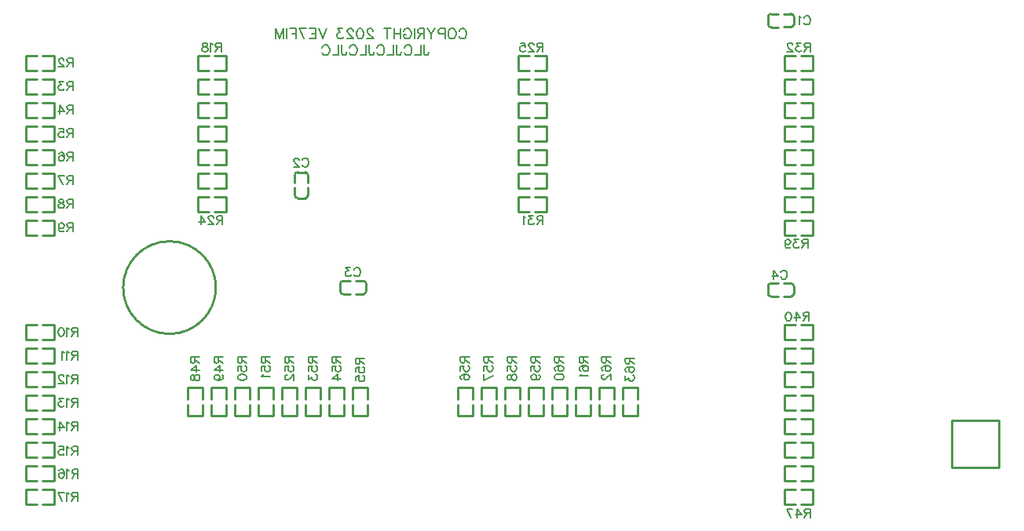
<source format=gbo>
G04 Layer: BottomSilkscreenLayer*
G04 Panelize: , Column: 2, Row: 2, Board Size: 127.89mm x 58.42mm, Panelized Board Size: 257.78mm x 118.84mm*
G04 EasyEDA v6.5.34, 2023-09-01 23:34:49*
G04 d2f9a346f3944a8da2a00f25f54837ea,5a6b42c53f6a479593ecc07194224c93,10*
G04 Gerber Generator version 0.2*
G04 Scale: 100 percent, Rotated: No, Reflected: No *
G04 Dimensions in millimeters *
G04 leading zeros omitted , absolute positions ,4 integer and 5 decimal *
%FSLAX45Y45*%
%MOMM*%

%ADD10C,0.1524*%
%ADD11C,0.1520*%
%ADD12C,0.2540*%

%LPD*%
D10*
X6843555Y5601152D02*
G01*
X6848751Y5611543D01*
X6859143Y5621934D01*
X6869531Y5627128D01*
X6890313Y5627128D01*
X6900705Y5621934D01*
X6911096Y5611543D01*
X6916293Y5601152D01*
X6921487Y5585564D01*
X6921487Y5559587D01*
X6916293Y5544002D01*
X6911096Y5533610D01*
X6900705Y5523219D01*
X6890313Y5518025D01*
X6869531Y5518025D01*
X6859143Y5523219D01*
X6848751Y5533610D01*
X6843555Y5544002D01*
X6778091Y5627128D02*
G01*
X6788482Y5621934D01*
X6798873Y5611543D01*
X6804070Y5601152D01*
X6809265Y5585564D01*
X6809265Y5559587D01*
X6804070Y5544002D01*
X6798873Y5533610D01*
X6788482Y5523219D01*
X6778091Y5518025D01*
X6757311Y5518025D01*
X6746920Y5523219D01*
X6736529Y5533610D01*
X6731332Y5544002D01*
X6726138Y5559587D01*
X6726138Y5585564D01*
X6731332Y5601152D01*
X6736529Y5611543D01*
X6746920Y5621934D01*
X6757311Y5627128D01*
X6778091Y5627128D01*
X6691848Y5627128D02*
G01*
X6691848Y5518025D01*
X6691848Y5627128D02*
G01*
X6645089Y5627128D01*
X6629501Y5621934D01*
X6624307Y5616737D01*
X6619113Y5606346D01*
X6619113Y5590760D01*
X6624307Y5580369D01*
X6629501Y5575175D01*
X6645089Y5569978D01*
X6691848Y5569978D01*
X6584822Y5627128D02*
G01*
X6543258Y5575175D01*
X6543258Y5518025D01*
X6501693Y5627128D02*
G01*
X6543258Y5575175D01*
X6467403Y5627128D02*
G01*
X6467403Y5518025D01*
X6467403Y5627128D02*
G01*
X6420645Y5627128D01*
X6405059Y5621934D01*
X6399862Y5616737D01*
X6394668Y5606346D01*
X6394668Y5595955D01*
X6399862Y5585564D01*
X6405059Y5580369D01*
X6420645Y5575175D01*
X6467403Y5575175D01*
X6431036Y5575175D02*
G01*
X6394668Y5518025D01*
X6360378Y5627128D02*
G01*
X6360378Y5518025D01*
X6248156Y5601152D02*
G01*
X6253352Y5611543D01*
X6263741Y5621934D01*
X6274132Y5627128D01*
X6294915Y5627128D01*
X6305306Y5621934D01*
X6315697Y5611543D01*
X6320891Y5601152D01*
X6326088Y5585564D01*
X6326088Y5559587D01*
X6320891Y5544002D01*
X6315697Y5533610D01*
X6305306Y5523219D01*
X6294915Y5518025D01*
X6274132Y5518025D01*
X6263741Y5523219D01*
X6253352Y5533610D01*
X6248156Y5544002D01*
X6248156Y5559587D01*
X6274132Y5559587D02*
G01*
X6248156Y5559587D01*
X6213866Y5627128D02*
G01*
X6213866Y5518025D01*
X6141130Y5627128D02*
G01*
X6141130Y5518025D01*
X6213866Y5575175D02*
G01*
X6141130Y5575175D01*
X6070472Y5627128D02*
G01*
X6070472Y5518025D01*
X6106840Y5627128D02*
G01*
X6034102Y5627128D01*
X5914608Y5601152D02*
G01*
X5914608Y5606346D01*
X5909411Y5616737D01*
X5904217Y5621934D01*
X5893826Y5627128D01*
X5873043Y5627128D01*
X5862652Y5621934D01*
X5857458Y5616737D01*
X5852261Y5606346D01*
X5852261Y5595955D01*
X5857458Y5585564D01*
X5867849Y5569978D01*
X5919802Y5518025D01*
X5847067Y5518025D01*
X5781603Y5627128D02*
G01*
X5797191Y5621934D01*
X5807583Y5606346D01*
X5812777Y5580369D01*
X5812777Y5564784D01*
X5807583Y5538805D01*
X5797191Y5523219D01*
X5781603Y5518025D01*
X5771212Y5518025D01*
X5755627Y5523219D01*
X5745236Y5538805D01*
X5740041Y5564784D01*
X5740041Y5580369D01*
X5745236Y5606346D01*
X5755627Y5621934D01*
X5771212Y5627128D01*
X5781603Y5627128D01*
X5700555Y5601152D02*
G01*
X5700555Y5606346D01*
X5695360Y5616737D01*
X5690163Y5621934D01*
X5679772Y5627128D01*
X5658993Y5627128D01*
X5648601Y5621934D01*
X5643405Y5616737D01*
X5638210Y5606346D01*
X5638210Y5595955D01*
X5643405Y5585564D01*
X5653796Y5569978D01*
X5705751Y5518025D01*
X5633013Y5518025D01*
X5588332Y5627128D02*
G01*
X5531182Y5627128D01*
X5562356Y5585564D01*
X5546770Y5585564D01*
X5536379Y5580369D01*
X5531182Y5575175D01*
X5525988Y5559587D01*
X5525988Y5549196D01*
X5531182Y5533610D01*
X5541573Y5523219D01*
X5557161Y5518025D01*
X5572747Y5518025D01*
X5588332Y5523219D01*
X5593529Y5528414D01*
X5598723Y5538805D01*
X5411688Y5627128D02*
G01*
X5370123Y5518025D01*
X5328561Y5627128D02*
G01*
X5370123Y5518025D01*
X5294271Y5627128D02*
G01*
X5294271Y5518025D01*
X5294271Y5627128D02*
G01*
X5226730Y5627128D01*
X5294271Y5575175D02*
G01*
X5252707Y5575175D01*
X5294271Y5518025D02*
G01*
X5226730Y5518025D01*
X5119702Y5627128D02*
G01*
X5171658Y5518025D01*
X5192440Y5627128D02*
G01*
X5119702Y5627128D01*
X5085412Y5627128D02*
G01*
X5085412Y5518025D01*
X5085412Y5627128D02*
G01*
X5017871Y5627128D01*
X5085412Y5575175D02*
G01*
X5043850Y5575175D01*
X4983581Y5627128D02*
G01*
X4983581Y5518025D01*
X4949291Y5627128D02*
G01*
X4949291Y5518025D01*
X4949291Y5627128D02*
G01*
X4907729Y5518025D01*
X4866165Y5627128D02*
G01*
X4907729Y5518025D01*
X4866165Y5627128D02*
G01*
X4866165Y5518025D01*
D11*
X6463108Y5449308D02*
G01*
X6463108Y5366181D01*
X6468305Y5350593D01*
X6473499Y5345399D01*
X6483891Y5340205D01*
X6494282Y5340205D01*
X6504673Y5345399D01*
X6509870Y5350593D01*
X6515064Y5366181D01*
X6515064Y5376572D01*
X6428818Y5449308D02*
G01*
X6428818Y5340205D01*
X6428818Y5340205D02*
G01*
X6366474Y5340205D01*
X6254252Y5423331D02*
G01*
X6259449Y5433722D01*
X6269840Y5444114D01*
X6280228Y5449308D01*
X6301011Y5449308D01*
X6311402Y5444114D01*
X6321793Y5433722D01*
X6326990Y5423331D01*
X6332184Y5407743D01*
X6332184Y5381767D01*
X6326990Y5366181D01*
X6321793Y5355790D01*
X6311402Y5345399D01*
X6301011Y5340205D01*
X6280228Y5340205D01*
X6269840Y5345399D01*
X6259449Y5355790D01*
X6254252Y5366181D01*
X6168009Y5449308D02*
G01*
X6168009Y5366181D01*
X6173203Y5350593D01*
X6178400Y5345399D01*
X6188788Y5340205D01*
X6199179Y5340205D01*
X6209571Y5345399D01*
X6214767Y5350593D01*
X6219962Y5366181D01*
X6219962Y5376572D01*
X6133718Y5449308D02*
G01*
X6133718Y5340205D01*
X6133718Y5340205D02*
G01*
X6071372Y5340205D01*
X5959149Y5423331D02*
G01*
X5964346Y5433722D01*
X5974737Y5444114D01*
X5985129Y5449308D01*
X6005908Y5449308D01*
X6016299Y5444114D01*
X6026691Y5433722D01*
X6031887Y5423331D01*
X6037082Y5407743D01*
X6037082Y5381767D01*
X6031887Y5366181D01*
X6026691Y5355790D01*
X6016299Y5345399D01*
X6005908Y5340205D01*
X5985129Y5340205D01*
X5974737Y5345399D01*
X5964346Y5355790D01*
X5959149Y5366181D01*
X5872906Y5449308D02*
G01*
X5872906Y5366181D01*
X5878101Y5350593D01*
X5883297Y5345399D01*
X5893688Y5340205D01*
X5904080Y5340205D01*
X5914468Y5345399D01*
X5919665Y5350593D01*
X5924859Y5366181D01*
X5924859Y5376572D01*
X5838616Y5449308D02*
G01*
X5838616Y5340205D01*
X5838616Y5340205D02*
G01*
X5776269Y5340205D01*
X5664050Y5423331D02*
G01*
X5669244Y5433722D01*
X5679635Y5444114D01*
X5690026Y5449308D01*
X5710809Y5449308D01*
X5721200Y5444114D01*
X5731588Y5433722D01*
X5736785Y5423331D01*
X5741979Y5407743D01*
X5741979Y5381767D01*
X5736785Y5366181D01*
X5731588Y5355790D01*
X5721200Y5345399D01*
X5710809Y5340205D01*
X5690026Y5340205D01*
X5679635Y5345399D01*
X5669244Y5355790D01*
X5664050Y5366181D01*
X5577804Y5449308D02*
G01*
X5577804Y5366181D01*
X5582998Y5350593D01*
X5588195Y5345399D01*
X5598586Y5340205D01*
X5608977Y5340205D01*
X5619368Y5345399D01*
X5624563Y5350593D01*
X5629760Y5366181D01*
X5629760Y5376572D01*
X5543514Y5449308D02*
G01*
X5543514Y5340205D01*
X5543514Y5340205D02*
G01*
X5481170Y5340205D01*
X5368947Y5423331D02*
G01*
X5374142Y5433722D01*
X5384533Y5444114D01*
X5394924Y5449308D01*
X5415706Y5449308D01*
X5426097Y5444114D01*
X5436488Y5433722D01*
X5441683Y5423331D01*
X5446880Y5407743D01*
X5446880Y5381767D01*
X5441683Y5366181D01*
X5436488Y5355790D01*
X5426097Y5345399D01*
X5415706Y5340205D01*
X5394924Y5340205D01*
X5384533Y5345399D01*
X5374142Y5355790D01*
X5368947Y5366181D01*
D10*
X10312565Y2994411D02*
G01*
X10317109Y3003501D01*
X10326199Y3012592D01*
X10335293Y3017138D01*
X10353474Y3017138D01*
X10362565Y3012592D01*
X10371655Y3003501D01*
X10376199Y2994411D01*
X10380746Y2980776D01*
X10380746Y2958048D01*
X10376199Y2944411D01*
X10371655Y2935320D01*
X10362565Y2926229D01*
X10353474Y2921683D01*
X10335293Y2921683D01*
X10326199Y2926229D01*
X10317109Y2935320D01*
X10312565Y2944411D01*
X10237109Y3017138D02*
G01*
X10282565Y2953501D01*
X10214383Y2953501D01*
X10237109Y3017138D02*
G01*
X10237109Y2921683D01*
X10561698Y5742371D02*
G01*
X10566242Y5751461D01*
X10575333Y5760552D01*
X10584426Y5765098D01*
X10602607Y5765098D01*
X10611698Y5760552D01*
X10620789Y5751461D01*
X10625333Y5742371D01*
X10629879Y5728736D01*
X10629879Y5706008D01*
X10625333Y5692371D01*
X10620789Y5683280D01*
X10611698Y5674189D01*
X10602607Y5669643D01*
X10584426Y5669643D01*
X10575333Y5674189D01*
X10566242Y5683280D01*
X10561698Y5692371D01*
X10531698Y5746917D02*
G01*
X10522607Y5751461D01*
X10508970Y5765098D01*
X10508970Y5669643D01*
X5151508Y4205673D02*
G01*
X5156052Y4214764D01*
X5165143Y4223854D01*
X5174236Y4228401D01*
X5192417Y4228401D01*
X5201508Y4223854D01*
X5210599Y4214764D01*
X5215143Y4205673D01*
X5219689Y4192038D01*
X5219689Y4169310D01*
X5215143Y4155673D01*
X5210599Y4146583D01*
X5201508Y4137492D01*
X5192417Y4132945D01*
X5174236Y4132945D01*
X5165143Y4137492D01*
X5156052Y4146583D01*
X5151508Y4155673D01*
X5116962Y4205673D02*
G01*
X5116962Y4210220D01*
X5112418Y4219310D01*
X5107871Y4223854D01*
X5098780Y4228401D01*
X5080599Y4228401D01*
X5071508Y4223854D01*
X5066962Y4219310D01*
X5062418Y4210220D01*
X5062418Y4201129D01*
X5066962Y4192038D01*
X5076052Y4178401D01*
X5121508Y4132945D01*
X5057871Y4132945D01*
X5710321Y3024581D02*
G01*
X5714865Y3033671D01*
X5723956Y3042762D01*
X5733049Y3047309D01*
X5751230Y3047309D01*
X5760321Y3042762D01*
X5769411Y3033671D01*
X5773955Y3024581D01*
X5778502Y3010946D01*
X5778502Y2988218D01*
X5773955Y2974581D01*
X5769411Y2965490D01*
X5760321Y2956399D01*
X5751230Y2951853D01*
X5733049Y2951853D01*
X5723956Y2956399D01*
X5714865Y2965490D01*
X5710321Y2974581D01*
X5671230Y3047309D02*
G01*
X5621230Y3047309D01*
X5648502Y3010946D01*
X5634865Y3010946D01*
X5625774Y3006399D01*
X5621230Y3001853D01*
X5616684Y2988218D01*
X5616684Y2979127D01*
X5621230Y2965490D01*
X5630321Y2956399D01*
X5643956Y2951853D01*
X5657593Y2951853D01*
X5671230Y2956399D01*
X5675774Y2960946D01*
X5680321Y2970037D01*
X7746984Y3606101D02*
G01*
X7746984Y3510645D01*
X7746984Y3606101D02*
G01*
X7706075Y3606101D01*
X7692438Y3601554D01*
X7687894Y3597010D01*
X7683347Y3587920D01*
X7683347Y3578829D01*
X7687894Y3569738D01*
X7692438Y3565192D01*
X7706075Y3560645D01*
X7746984Y3560645D01*
X7715166Y3560645D02*
G01*
X7683347Y3510645D01*
X7644256Y3606101D02*
G01*
X7594257Y3606101D01*
X7621531Y3569738D01*
X7607894Y3569738D01*
X7598803Y3565192D01*
X7594257Y3560645D01*
X7589713Y3547010D01*
X7589713Y3537920D01*
X7594257Y3524283D01*
X7603347Y3515192D01*
X7616985Y3510645D01*
X7630622Y3510645D01*
X7644256Y3515192D01*
X7648803Y3519738D01*
X7653347Y3528829D01*
X7559713Y3587920D02*
G01*
X7550622Y3592464D01*
X7536985Y3606101D01*
X7536985Y3510645D01*
X7746984Y5472998D02*
G01*
X7746984Y5377543D01*
X7746984Y5472998D02*
G01*
X7706075Y5472998D01*
X7692438Y5468452D01*
X7687894Y5463908D01*
X7683347Y5454817D01*
X7683347Y5445726D01*
X7687894Y5436636D01*
X7692438Y5432089D01*
X7706075Y5427543D01*
X7746984Y5427543D01*
X7715166Y5427543D02*
G01*
X7683347Y5377543D01*
X7648803Y5450271D02*
G01*
X7648803Y5454817D01*
X7644256Y5463908D01*
X7639712Y5468452D01*
X7630622Y5472998D01*
X7612438Y5472998D01*
X7603347Y5468452D01*
X7598803Y5463908D01*
X7594257Y5454817D01*
X7594257Y5445726D01*
X7598803Y5436636D01*
X7607894Y5422999D01*
X7653347Y5377543D01*
X7589713Y5377543D01*
X7505166Y5472998D02*
G01*
X7550622Y5472998D01*
X7555166Y5432089D01*
X7550622Y5436636D01*
X7536985Y5441180D01*
X7523347Y5441180D01*
X7509713Y5436636D01*
X7500622Y5427543D01*
X7496075Y5413908D01*
X7496075Y5404817D01*
X7500622Y5391180D01*
X7509713Y5382089D01*
X7523347Y5377543D01*
X7536985Y5377543D01*
X7550622Y5382089D01*
X7555166Y5386636D01*
X7559713Y5395727D01*
X4292566Y3606083D02*
G01*
X4292566Y3510627D01*
X4292566Y3606083D02*
G01*
X4251657Y3606083D01*
X4238020Y3601537D01*
X4233476Y3596993D01*
X4228929Y3587902D01*
X4228929Y3578811D01*
X4233476Y3569721D01*
X4238020Y3565174D01*
X4251657Y3560627D01*
X4292566Y3560627D01*
X4260748Y3560627D02*
G01*
X4228929Y3510627D01*
X4194385Y3583355D02*
G01*
X4194385Y3587902D01*
X4189839Y3596993D01*
X4185295Y3601537D01*
X4176204Y3606083D01*
X4158020Y3606083D01*
X4148929Y3601537D01*
X4144385Y3596993D01*
X4139839Y3587902D01*
X4139839Y3578811D01*
X4144385Y3569721D01*
X4153476Y3556083D01*
X4198929Y3510627D01*
X4135295Y3510627D01*
X4059839Y3606083D02*
G01*
X4105295Y3542446D01*
X4037114Y3542446D01*
X4059839Y3606083D02*
G01*
X4059839Y3510627D01*
X4279879Y5472983D02*
G01*
X4279879Y5377527D01*
X4279879Y5472983D02*
G01*
X4238970Y5472983D01*
X4225333Y5468437D01*
X4220789Y5463893D01*
X4216242Y5454802D01*
X4216242Y5445711D01*
X4220789Y5436621D01*
X4225333Y5432074D01*
X4238970Y5427527D01*
X4279879Y5427527D01*
X4248061Y5427527D02*
G01*
X4216242Y5377527D01*
X4186242Y5454802D02*
G01*
X4177151Y5459346D01*
X4163517Y5472983D01*
X4163517Y5377527D01*
X4110789Y5472983D02*
G01*
X4124426Y5468437D01*
X4128970Y5459346D01*
X4128970Y5450255D01*
X4124426Y5441165D01*
X4115333Y5436621D01*
X4097152Y5432074D01*
X4083517Y5427527D01*
X4074426Y5418437D01*
X4069880Y5409346D01*
X4069880Y5395711D01*
X4074426Y5386621D01*
X4078970Y5382074D01*
X4092608Y5377527D01*
X4110789Y5377527D01*
X4124426Y5382074D01*
X4128970Y5386621D01*
X4133517Y5395711D01*
X4133517Y5409346D01*
X4128970Y5418437D01*
X4119879Y5427527D01*
X4106242Y5432074D01*
X4088061Y5436621D01*
X4078970Y5441165D01*
X4074426Y5450255D01*
X4074426Y5459346D01*
X4078970Y5468437D01*
X4092608Y5472983D01*
X4110789Y5472983D01*
X5474380Y2082794D02*
G01*
X5569836Y2082794D01*
X5474380Y2082794D02*
G01*
X5474380Y2041885D01*
X5478927Y2028248D01*
X5483471Y2023704D01*
X5492562Y2019157D01*
X5501652Y2019157D01*
X5510743Y2023704D01*
X5515289Y2028248D01*
X5519836Y2041885D01*
X5519836Y2082794D01*
X5519836Y2050976D02*
G01*
X5569836Y2019157D01*
X5474380Y1934613D02*
G01*
X5474380Y1980067D01*
X5515289Y1984613D01*
X5510743Y1980067D01*
X5506199Y1966432D01*
X5506199Y1952795D01*
X5510743Y1939157D01*
X5519836Y1930067D01*
X5533471Y1925523D01*
X5542561Y1925523D01*
X5556199Y1930067D01*
X5565289Y1939157D01*
X5569836Y1952795D01*
X5569836Y1966432D01*
X5565289Y1980067D01*
X5560743Y1984613D01*
X5551652Y1989157D01*
X5474380Y1850067D02*
G01*
X5538017Y1895523D01*
X5538017Y1827342D01*
X5474380Y1850067D02*
G01*
X5569836Y1850067D01*
X4204383Y2082794D02*
G01*
X4299838Y2082794D01*
X4204383Y2082794D02*
G01*
X4204383Y2041885D01*
X4208929Y2028248D01*
X4213473Y2023704D01*
X4222564Y2019157D01*
X4231655Y2019157D01*
X4240745Y2023704D01*
X4245292Y2028248D01*
X4249839Y2041885D01*
X4249839Y2082794D01*
X4249839Y2050976D02*
G01*
X4299838Y2019157D01*
X4204383Y1943704D02*
G01*
X4268020Y1989157D01*
X4268020Y1920976D01*
X4204383Y1943704D02*
G01*
X4299838Y1943704D01*
X4236201Y1831886D02*
G01*
X4249839Y1836432D01*
X4258929Y1845523D01*
X4263473Y1859158D01*
X4263473Y1863704D01*
X4258929Y1877341D01*
X4249839Y1886432D01*
X4236201Y1890976D01*
X4231655Y1890976D01*
X4218020Y1886432D01*
X4208929Y1877341D01*
X4204383Y1863704D01*
X4204383Y1859158D01*
X4208929Y1845523D01*
X4218020Y1836432D01*
X4236201Y1831886D01*
X4258929Y1831886D01*
X4281655Y1836432D01*
X4295292Y1845523D01*
X4299838Y1859158D01*
X4299838Y1868248D01*
X4295292Y1881886D01*
X4286201Y1886432D01*
X3950383Y2082794D02*
G01*
X4045838Y2082794D01*
X3950383Y2082794D02*
G01*
X3950383Y2041885D01*
X3954929Y2028248D01*
X3959473Y2023704D01*
X3968564Y2019157D01*
X3977655Y2019157D01*
X3986745Y2023704D01*
X3991292Y2028248D01*
X3995839Y2041885D01*
X3995839Y2082794D01*
X3995839Y2050976D02*
G01*
X4045838Y2019157D01*
X3950383Y1943704D02*
G01*
X4014020Y1989157D01*
X4014020Y1920976D01*
X3950383Y1943704D02*
G01*
X4045838Y1943704D01*
X3950383Y1868248D02*
G01*
X3954929Y1881886D01*
X3964020Y1886432D01*
X3973111Y1886432D01*
X3982201Y1881886D01*
X3986745Y1872795D01*
X3991292Y1854614D01*
X3995839Y1840976D01*
X4004929Y1831886D01*
X4014020Y1827342D01*
X4027655Y1827342D01*
X4036745Y1831886D01*
X4041292Y1836432D01*
X4045838Y1850067D01*
X4045838Y1868248D01*
X4041292Y1881886D01*
X4036745Y1886432D01*
X4027655Y1890976D01*
X4014020Y1890976D01*
X4004929Y1886432D01*
X3995839Y1877341D01*
X3991292Y1863704D01*
X3986745Y1845523D01*
X3982201Y1836432D01*
X3973111Y1831886D01*
X3964020Y1831886D01*
X3954929Y1836432D01*
X3950383Y1850067D01*
X3950383Y1868248D01*
X4458380Y2082794D02*
G01*
X4553836Y2082794D01*
X4458380Y2082794D02*
G01*
X4458380Y2041885D01*
X4462927Y2028248D01*
X4467471Y2023704D01*
X4476562Y2019157D01*
X4485652Y2019157D01*
X4494743Y2023704D01*
X4499289Y2028248D01*
X4503836Y2041885D01*
X4503836Y2082794D01*
X4503836Y2050976D02*
G01*
X4553836Y2019157D01*
X4458380Y1934613D02*
G01*
X4458380Y1980067D01*
X4499289Y1984613D01*
X4494743Y1980067D01*
X4490199Y1966432D01*
X4490199Y1952795D01*
X4494743Y1939157D01*
X4503836Y1930067D01*
X4517471Y1925523D01*
X4526561Y1925523D01*
X4540199Y1930067D01*
X4549289Y1939157D01*
X4553836Y1952795D01*
X4553836Y1966432D01*
X4549289Y1980067D01*
X4544743Y1984613D01*
X4535652Y1989157D01*
X4458380Y1868248D02*
G01*
X4462927Y1881886D01*
X4476562Y1890976D01*
X4499289Y1895523D01*
X4512927Y1895523D01*
X4535652Y1890976D01*
X4549289Y1881886D01*
X4553836Y1868248D01*
X4553836Y1859158D01*
X4549289Y1845523D01*
X4535652Y1836432D01*
X4512927Y1831886D01*
X4499289Y1831886D01*
X4476562Y1836432D01*
X4462927Y1845523D01*
X4458380Y1859158D01*
X4458380Y1868248D01*
X4712380Y2082794D02*
G01*
X4807836Y2082794D01*
X4712380Y2082794D02*
G01*
X4712380Y2041885D01*
X4716927Y2028248D01*
X4721471Y2023704D01*
X4730562Y2019157D01*
X4739652Y2019157D01*
X4748743Y2023704D01*
X4753289Y2028248D01*
X4757836Y2041885D01*
X4757836Y2082794D01*
X4757836Y2050976D02*
G01*
X4807836Y2019157D01*
X4712380Y1934613D02*
G01*
X4712380Y1980067D01*
X4753289Y1984613D01*
X4748743Y1980067D01*
X4744199Y1966432D01*
X4744199Y1952795D01*
X4748743Y1939157D01*
X4757836Y1930067D01*
X4771471Y1925523D01*
X4780561Y1925523D01*
X4794199Y1930067D01*
X4803289Y1939157D01*
X4807836Y1952795D01*
X4807836Y1966432D01*
X4803289Y1980067D01*
X4798743Y1984613D01*
X4789652Y1989157D01*
X4730562Y1895523D02*
G01*
X4726017Y1886432D01*
X4712380Y1872795D01*
X4807836Y1872795D01*
X4966380Y2082794D02*
G01*
X5061836Y2082794D01*
X4966380Y2082794D02*
G01*
X4966380Y2041885D01*
X4970927Y2028248D01*
X4975471Y2023704D01*
X4984562Y2019157D01*
X4993652Y2019157D01*
X5002743Y2023704D01*
X5007289Y2028248D01*
X5011836Y2041885D01*
X5011836Y2082794D01*
X5011836Y2050976D02*
G01*
X5061836Y2019157D01*
X4966380Y1934613D02*
G01*
X4966380Y1980067D01*
X5007289Y1984613D01*
X5002743Y1980067D01*
X4998199Y1966432D01*
X4998199Y1952795D01*
X5002743Y1939157D01*
X5011836Y1930067D01*
X5025471Y1925523D01*
X5034561Y1925523D01*
X5048199Y1930067D01*
X5057289Y1939157D01*
X5061836Y1952795D01*
X5061836Y1966432D01*
X5057289Y1980067D01*
X5052743Y1984613D01*
X5043652Y1989157D01*
X4989108Y1890976D02*
G01*
X4984562Y1890976D01*
X4975471Y1886432D01*
X4970927Y1881886D01*
X4966380Y1872795D01*
X4966380Y1854614D01*
X4970927Y1845523D01*
X4975471Y1840976D01*
X4984562Y1836432D01*
X4993652Y1836432D01*
X5002743Y1840976D01*
X5016380Y1850067D01*
X5061836Y1895523D01*
X5061836Y1831886D01*
X5220380Y2082794D02*
G01*
X5315836Y2082794D01*
X5220380Y2082794D02*
G01*
X5220380Y2041885D01*
X5224927Y2028248D01*
X5229471Y2023704D01*
X5238562Y2019157D01*
X5247652Y2019157D01*
X5256743Y2023704D01*
X5261289Y2028248D01*
X5265836Y2041885D01*
X5265836Y2082794D01*
X5265836Y2050976D02*
G01*
X5315836Y2019157D01*
X5220380Y1934613D02*
G01*
X5220380Y1980067D01*
X5261289Y1984613D01*
X5256743Y1980067D01*
X5252199Y1966432D01*
X5252199Y1952795D01*
X5256743Y1939157D01*
X5265836Y1930067D01*
X5279471Y1925523D01*
X5288561Y1925523D01*
X5302199Y1930067D01*
X5311289Y1939157D01*
X5315836Y1952795D01*
X5315836Y1966432D01*
X5311289Y1980067D01*
X5306743Y1984613D01*
X5297652Y1989157D01*
X5220380Y1886432D02*
G01*
X5220380Y1836432D01*
X5256743Y1863704D01*
X5256743Y1850067D01*
X5261289Y1840976D01*
X5265836Y1836432D01*
X5279471Y1831886D01*
X5288561Y1831886D01*
X5302199Y1836432D01*
X5311289Y1845523D01*
X5315836Y1859158D01*
X5315836Y1872795D01*
X5311289Y1886432D01*
X5306743Y1890976D01*
X5297652Y1895523D01*
X5728378Y2070094D02*
G01*
X5823833Y2070094D01*
X5728378Y2070094D02*
G01*
X5728378Y2029185D01*
X5732924Y2015548D01*
X5737468Y2011004D01*
X5746559Y2006457D01*
X5755650Y2006457D01*
X5764740Y2011004D01*
X5769287Y2015548D01*
X5773834Y2029185D01*
X5773834Y2070094D01*
X5773834Y2038276D02*
G01*
X5823833Y2006457D01*
X5728378Y1921913D02*
G01*
X5728378Y1967367D01*
X5769287Y1971913D01*
X5764740Y1967367D01*
X5760196Y1953732D01*
X5760196Y1940095D01*
X5764740Y1926457D01*
X5773834Y1917367D01*
X5787468Y1912823D01*
X5796559Y1912823D01*
X5810196Y1917367D01*
X5819287Y1926457D01*
X5823833Y1940095D01*
X5823833Y1953732D01*
X5819287Y1967367D01*
X5814740Y1971913D01*
X5805650Y1976457D01*
X5728378Y1828276D02*
G01*
X5728378Y1873732D01*
X5769287Y1878276D01*
X5764740Y1873732D01*
X5760196Y1860095D01*
X5760196Y1846458D01*
X5764740Y1832823D01*
X5773834Y1823732D01*
X5787468Y1819186D01*
X5796559Y1819186D01*
X5810196Y1823732D01*
X5819287Y1832823D01*
X5823833Y1846458D01*
X5823833Y1860095D01*
X5819287Y1873732D01*
X5814740Y1878276D01*
X5805650Y1882823D01*
X8636673Y2070094D02*
G01*
X8732128Y2070094D01*
X8636673Y2070094D02*
G01*
X8636673Y2029185D01*
X8641219Y2015548D01*
X8645763Y2011004D01*
X8654854Y2006457D01*
X8663945Y2006457D01*
X8673035Y2011004D01*
X8677582Y2015548D01*
X8682128Y2029185D01*
X8682128Y2070094D01*
X8682128Y2038276D02*
G01*
X8732128Y2006457D01*
X8650310Y1921913D02*
G01*
X8641219Y1926457D01*
X8636673Y1940095D01*
X8636673Y1949185D01*
X8641219Y1962823D01*
X8654854Y1971913D01*
X8677582Y1976457D01*
X8700310Y1976457D01*
X8718491Y1971913D01*
X8727582Y1962823D01*
X8732128Y1949185D01*
X8732128Y1944641D01*
X8727582Y1931004D01*
X8718491Y1921913D01*
X8704854Y1917367D01*
X8700310Y1917367D01*
X8686672Y1921913D01*
X8677582Y1931004D01*
X8673035Y1944641D01*
X8673035Y1949185D01*
X8677582Y1962823D01*
X8686672Y1971913D01*
X8700310Y1976457D01*
X8636673Y1878276D02*
G01*
X8636673Y1828276D01*
X8673035Y1855548D01*
X8673035Y1841914D01*
X8677582Y1832823D01*
X8682128Y1828276D01*
X8695763Y1823732D01*
X8704854Y1823732D01*
X8718491Y1828276D01*
X8727582Y1837367D01*
X8732128Y1851004D01*
X8732128Y1864641D01*
X8727582Y1878276D01*
X8723035Y1882823D01*
X8713944Y1887367D01*
X8141375Y2082794D02*
G01*
X8236831Y2082794D01*
X8141375Y2082794D02*
G01*
X8141375Y2041885D01*
X8145922Y2028248D01*
X8150466Y2023704D01*
X8159556Y2019157D01*
X8168647Y2019157D01*
X8177738Y2023704D01*
X8182284Y2028248D01*
X8186831Y2041885D01*
X8186831Y2082794D01*
X8186831Y2050976D02*
G01*
X8236831Y2019157D01*
X8155012Y1934613D02*
G01*
X8145922Y1939157D01*
X8141375Y1952795D01*
X8141375Y1961885D01*
X8145922Y1975523D01*
X8159556Y1984613D01*
X8182284Y1989157D01*
X8205012Y1989157D01*
X8223194Y1984613D01*
X8232284Y1975523D01*
X8236831Y1961885D01*
X8236831Y1957341D01*
X8232284Y1943704D01*
X8223194Y1934613D01*
X8209556Y1930067D01*
X8205012Y1930067D01*
X8191375Y1934613D01*
X8182284Y1943704D01*
X8177738Y1957341D01*
X8177738Y1961885D01*
X8182284Y1975523D01*
X8191375Y1984613D01*
X8205012Y1989157D01*
X8159556Y1900067D02*
G01*
X8155012Y1890976D01*
X8141375Y1877341D01*
X8236831Y1877341D01*
X7874675Y2082794D02*
G01*
X7970131Y2082794D01*
X7874675Y2082794D02*
G01*
X7874675Y2041885D01*
X7879222Y2028248D01*
X7883766Y2023704D01*
X7892856Y2019157D01*
X7901947Y2019157D01*
X7911038Y2023704D01*
X7915584Y2028248D01*
X7920131Y2041885D01*
X7920131Y2082794D01*
X7920131Y2050976D02*
G01*
X7970131Y2019157D01*
X7888312Y1934613D02*
G01*
X7879222Y1939157D01*
X7874675Y1952795D01*
X7874675Y1961885D01*
X7879222Y1975523D01*
X7892856Y1984613D01*
X7915584Y1989157D01*
X7938312Y1989157D01*
X7956494Y1984613D01*
X7965584Y1975523D01*
X7970131Y1961885D01*
X7970131Y1957341D01*
X7965584Y1943704D01*
X7956494Y1934613D01*
X7942856Y1930067D01*
X7938312Y1930067D01*
X7924675Y1934613D01*
X7915584Y1943704D01*
X7911038Y1957341D01*
X7911038Y1961885D01*
X7915584Y1975523D01*
X7924675Y1984613D01*
X7938312Y1989157D01*
X7874675Y1872795D02*
G01*
X7879222Y1886432D01*
X7892856Y1895523D01*
X7915584Y1900067D01*
X7929222Y1900067D01*
X7951947Y1895523D01*
X7965584Y1886432D01*
X7970131Y1872795D01*
X7970131Y1863704D01*
X7965584Y1850067D01*
X7951947Y1840976D01*
X7929222Y1836432D01*
X7915584Y1836432D01*
X7892856Y1840976D01*
X7879222Y1850067D01*
X7874675Y1863704D01*
X7874675Y1872795D01*
X7620675Y2082794D02*
G01*
X7716131Y2082794D01*
X7620675Y2082794D02*
G01*
X7620675Y2041885D01*
X7625222Y2028248D01*
X7629766Y2023704D01*
X7638856Y2019157D01*
X7647947Y2019157D01*
X7657038Y2023704D01*
X7661584Y2028248D01*
X7666131Y2041885D01*
X7666131Y2082794D01*
X7666131Y2050976D02*
G01*
X7716131Y2019157D01*
X7620675Y1934613D02*
G01*
X7620675Y1980067D01*
X7661584Y1984613D01*
X7657038Y1980067D01*
X7652494Y1966432D01*
X7652494Y1952795D01*
X7657038Y1939157D01*
X7666131Y1930067D01*
X7679766Y1925523D01*
X7688856Y1925523D01*
X7702494Y1930067D01*
X7711584Y1939157D01*
X7716131Y1952795D01*
X7716131Y1966432D01*
X7711584Y1980067D01*
X7707038Y1984613D01*
X7697947Y1989157D01*
X7652494Y1836432D02*
G01*
X7666131Y1840976D01*
X7675222Y1850067D01*
X7679766Y1863704D01*
X7679766Y1868248D01*
X7675222Y1881886D01*
X7666131Y1890976D01*
X7652494Y1895523D01*
X7647947Y1895523D01*
X7634312Y1890976D01*
X7625222Y1881886D01*
X7620675Y1868248D01*
X7620675Y1863704D01*
X7625222Y1850067D01*
X7634312Y1840976D01*
X7652494Y1836432D01*
X7675222Y1836432D01*
X7697947Y1840976D01*
X7711584Y1850067D01*
X7716131Y1863704D01*
X7716131Y1872795D01*
X7711584Y1886432D01*
X7702494Y1890976D01*
X7366675Y2082794D02*
G01*
X7462131Y2082794D01*
X7366675Y2082794D02*
G01*
X7366675Y2041885D01*
X7371222Y2028248D01*
X7375766Y2023704D01*
X7384856Y2019157D01*
X7393947Y2019157D01*
X7403038Y2023704D01*
X7407584Y2028248D01*
X7412131Y2041885D01*
X7412131Y2082794D01*
X7412131Y2050976D02*
G01*
X7462131Y2019157D01*
X7366675Y1934613D02*
G01*
X7366675Y1980067D01*
X7407584Y1984613D01*
X7403038Y1980067D01*
X7398494Y1966432D01*
X7398494Y1952795D01*
X7403038Y1939157D01*
X7412131Y1930067D01*
X7425766Y1925523D01*
X7434856Y1925523D01*
X7448494Y1930067D01*
X7457584Y1939157D01*
X7462131Y1952795D01*
X7462131Y1966432D01*
X7457584Y1980067D01*
X7453038Y1984613D01*
X7443947Y1989157D01*
X7366675Y1872795D02*
G01*
X7371222Y1886432D01*
X7380312Y1890976D01*
X7389403Y1890976D01*
X7398494Y1886432D01*
X7403038Y1877341D01*
X7407584Y1859158D01*
X7412131Y1845523D01*
X7421222Y1836432D01*
X7430312Y1831886D01*
X7443947Y1831886D01*
X7453038Y1836432D01*
X7457584Y1840976D01*
X7462131Y1854614D01*
X7462131Y1872795D01*
X7457584Y1886432D01*
X7453038Y1890976D01*
X7443947Y1895523D01*
X7430312Y1895523D01*
X7421222Y1890976D01*
X7412131Y1881886D01*
X7407584Y1868248D01*
X7403038Y1850067D01*
X7398494Y1840976D01*
X7389403Y1836432D01*
X7380312Y1836432D01*
X7371222Y1840976D01*
X7366675Y1854614D01*
X7366675Y1872795D01*
X6858678Y2082794D02*
G01*
X6954133Y2082794D01*
X6858678Y2082794D02*
G01*
X6858678Y2041885D01*
X6863224Y2028248D01*
X6867768Y2023704D01*
X6876859Y2019157D01*
X6885950Y2019157D01*
X6895040Y2023704D01*
X6899587Y2028248D01*
X6904134Y2041885D01*
X6904134Y2082794D01*
X6904134Y2050976D02*
G01*
X6954133Y2019157D01*
X6858678Y1934613D02*
G01*
X6858678Y1980067D01*
X6899587Y1984613D01*
X6895040Y1980067D01*
X6890496Y1966432D01*
X6890496Y1952795D01*
X6895040Y1939157D01*
X6904134Y1930067D01*
X6917768Y1925523D01*
X6926859Y1925523D01*
X6940496Y1930067D01*
X6949587Y1939157D01*
X6954133Y1952795D01*
X6954133Y1966432D01*
X6949587Y1980067D01*
X6945040Y1984613D01*
X6935950Y1989157D01*
X6872315Y1840976D02*
G01*
X6863224Y1845523D01*
X6858678Y1859158D01*
X6858678Y1868248D01*
X6863224Y1881886D01*
X6876859Y1890976D01*
X6899587Y1895523D01*
X6922315Y1895523D01*
X6940496Y1890976D01*
X6949587Y1881886D01*
X6954133Y1868248D01*
X6954133Y1863704D01*
X6949587Y1850067D01*
X6940496Y1840976D01*
X6926859Y1836432D01*
X6922315Y1836432D01*
X6908678Y1840976D01*
X6899587Y1850067D01*
X6895040Y1863704D01*
X6895040Y1868248D01*
X6899587Y1881886D01*
X6908678Y1890976D01*
X6922315Y1895523D01*
X7112675Y2082794D02*
G01*
X7208131Y2082794D01*
X7112675Y2082794D02*
G01*
X7112675Y2041885D01*
X7117222Y2028248D01*
X7121766Y2023704D01*
X7130856Y2019157D01*
X7139947Y2019157D01*
X7149038Y2023704D01*
X7153584Y2028248D01*
X7158131Y2041885D01*
X7158131Y2082794D01*
X7158131Y2050976D02*
G01*
X7208131Y2019157D01*
X7112675Y1934613D02*
G01*
X7112675Y1980067D01*
X7153584Y1984613D01*
X7149038Y1980067D01*
X7144494Y1966432D01*
X7144494Y1952795D01*
X7149038Y1939157D01*
X7158131Y1930067D01*
X7171766Y1925523D01*
X7180856Y1925523D01*
X7194494Y1930067D01*
X7203584Y1939157D01*
X7208131Y1952795D01*
X7208131Y1966432D01*
X7203584Y1980067D01*
X7199038Y1984613D01*
X7189947Y1989157D01*
X7112675Y1831886D02*
G01*
X7208131Y1877341D01*
X7112675Y1895523D02*
G01*
X7112675Y1831886D01*
X8382673Y2082794D02*
G01*
X8478128Y2082794D01*
X8382673Y2082794D02*
G01*
X8382673Y2041885D01*
X8387219Y2028248D01*
X8391763Y2023704D01*
X8400854Y2019157D01*
X8409945Y2019157D01*
X8419035Y2023704D01*
X8423582Y2028248D01*
X8428128Y2041885D01*
X8428128Y2082794D01*
X8428128Y2050976D02*
G01*
X8478128Y2019157D01*
X8396310Y1934613D02*
G01*
X8387219Y1939157D01*
X8382673Y1952795D01*
X8382673Y1961885D01*
X8387219Y1975523D01*
X8400854Y1984613D01*
X8423582Y1989157D01*
X8446310Y1989157D01*
X8464491Y1984613D01*
X8473582Y1975523D01*
X8478128Y1961885D01*
X8478128Y1957341D01*
X8473582Y1943704D01*
X8464491Y1934613D01*
X8450854Y1930067D01*
X8446310Y1930067D01*
X8432672Y1934613D01*
X8423582Y1943704D01*
X8419035Y1957341D01*
X8419035Y1961885D01*
X8423582Y1975523D01*
X8432672Y1984613D01*
X8446310Y1989157D01*
X8405401Y1895523D02*
G01*
X8400854Y1895523D01*
X8391763Y1890976D01*
X8387219Y1886432D01*
X8382673Y1877341D01*
X8382673Y1859158D01*
X8387219Y1850067D01*
X8391763Y1845523D01*
X8400854Y1840976D01*
X8409945Y1840976D01*
X8419035Y1845523D01*
X8432672Y1854614D01*
X8478128Y1900067D01*
X8478128Y1836432D01*
X2732740Y870877D02*
G01*
X2732740Y775421D01*
X2732740Y870877D02*
G01*
X2691831Y870877D01*
X2678193Y866330D01*
X2673649Y861786D01*
X2669103Y852695D01*
X2669103Y843605D01*
X2673649Y834514D01*
X2678193Y829967D01*
X2691831Y825421D01*
X2732740Y825421D01*
X2700921Y825421D02*
G01*
X2669103Y775421D01*
X2639103Y852695D02*
G01*
X2630012Y857239D01*
X2616377Y870877D01*
X2616377Y775421D01*
X2531831Y857239D02*
G01*
X2536377Y866330D01*
X2550012Y870877D01*
X2559103Y870877D01*
X2572740Y866330D01*
X2581831Y852695D01*
X2586377Y829967D01*
X2586377Y807239D01*
X2581831Y789058D01*
X2572740Y779967D01*
X2559103Y775421D01*
X2554559Y775421D01*
X2540922Y779967D01*
X2531831Y789058D01*
X2527287Y802695D01*
X2527287Y807239D01*
X2531831Y820877D01*
X2540922Y829967D01*
X2554559Y834514D01*
X2559103Y834514D01*
X2572740Y829967D01*
X2581831Y820877D01*
X2586377Y807239D01*
X2730494Y2145593D02*
G01*
X2730494Y2050138D01*
X2730494Y2145593D02*
G01*
X2689585Y2145593D01*
X2675948Y2141047D01*
X2671404Y2136503D01*
X2666857Y2127412D01*
X2666857Y2118321D01*
X2671404Y2109231D01*
X2675948Y2104684D01*
X2689585Y2100138D01*
X2730494Y2100138D01*
X2698676Y2100138D02*
G01*
X2666857Y2050138D01*
X2636857Y2127412D02*
G01*
X2627767Y2131956D01*
X2614132Y2145593D01*
X2614132Y2050138D01*
X2584132Y2127412D02*
G01*
X2575041Y2131956D01*
X2561404Y2145593D01*
X2561404Y2050138D01*
X2730484Y2399598D02*
G01*
X2730484Y2304143D01*
X2730484Y2399598D02*
G01*
X2689575Y2399598D01*
X2675938Y2395052D01*
X2671394Y2390508D01*
X2666847Y2381417D01*
X2666847Y2372326D01*
X2671394Y2363236D01*
X2675938Y2358689D01*
X2689575Y2354143D01*
X2730484Y2354143D01*
X2698666Y2354143D02*
G01*
X2666847Y2304143D01*
X2636847Y2381417D02*
G01*
X2627756Y2385961D01*
X2614122Y2399598D01*
X2614122Y2304143D01*
X2556847Y2399598D02*
G01*
X2570485Y2395052D01*
X2579575Y2381417D01*
X2584122Y2358689D01*
X2584122Y2345052D01*
X2579575Y2322327D01*
X2570485Y2308689D01*
X2556847Y2304143D01*
X2547757Y2304143D01*
X2534122Y2308689D01*
X2525031Y2322327D01*
X2520485Y2345052D01*
X2520485Y2358689D01*
X2525031Y2381417D01*
X2534122Y2395052D01*
X2547757Y2399598D01*
X2556847Y2399598D01*
X2730494Y1891596D02*
G01*
X2730494Y1796140D01*
X2730494Y1891596D02*
G01*
X2689585Y1891596D01*
X2675948Y1887049D01*
X2671404Y1882505D01*
X2666857Y1873415D01*
X2666857Y1864324D01*
X2671404Y1855233D01*
X2675948Y1850687D01*
X2689585Y1846140D01*
X2730494Y1846140D01*
X2698676Y1846140D02*
G01*
X2666857Y1796140D01*
X2636857Y1873415D02*
G01*
X2627767Y1877959D01*
X2614132Y1891596D01*
X2614132Y1796140D01*
X2579585Y1868868D02*
G01*
X2579585Y1873415D01*
X2575041Y1882505D01*
X2570495Y1887049D01*
X2561404Y1891596D01*
X2543223Y1891596D01*
X2534132Y1887049D01*
X2529586Y1882505D01*
X2525041Y1873415D01*
X2525041Y1864324D01*
X2529586Y1855233D01*
X2538676Y1841596D01*
X2584132Y1796140D01*
X2520495Y1796140D01*
X2730494Y1637616D02*
G01*
X2730494Y1542161D01*
X2730494Y1637616D02*
G01*
X2689585Y1637616D01*
X2675948Y1633070D01*
X2671404Y1628526D01*
X2666857Y1619435D01*
X2666857Y1610344D01*
X2671404Y1601254D01*
X2675948Y1596707D01*
X2689585Y1592160D01*
X2730494Y1592160D01*
X2698676Y1592160D02*
G01*
X2666857Y1542161D01*
X2636857Y1619435D02*
G01*
X2627767Y1623979D01*
X2614132Y1637616D01*
X2614132Y1542161D01*
X2575041Y1637616D02*
G01*
X2525041Y1637616D01*
X2552313Y1601254D01*
X2538676Y1601254D01*
X2529586Y1596707D01*
X2525041Y1592160D01*
X2520495Y1578526D01*
X2520495Y1569435D01*
X2525041Y1555798D01*
X2534132Y1546707D01*
X2547767Y1542161D01*
X2561404Y1542161D01*
X2575041Y1546707D01*
X2579585Y1551254D01*
X2584132Y1560344D01*
X2730494Y1383616D02*
G01*
X2730494Y1288161D01*
X2730494Y1383616D02*
G01*
X2689585Y1383616D01*
X2675948Y1379070D01*
X2671404Y1374526D01*
X2666857Y1365435D01*
X2666857Y1356344D01*
X2671404Y1347254D01*
X2675948Y1342707D01*
X2689585Y1338160D01*
X2730494Y1338160D01*
X2698676Y1338160D02*
G01*
X2666857Y1288161D01*
X2636857Y1365435D02*
G01*
X2627767Y1369979D01*
X2614132Y1383616D01*
X2614132Y1288161D01*
X2538676Y1383616D02*
G01*
X2584132Y1319979D01*
X2515948Y1319979D01*
X2538676Y1383616D02*
G01*
X2538676Y1288161D01*
X2730494Y1116916D02*
G01*
X2730494Y1021461D01*
X2730494Y1116916D02*
G01*
X2689585Y1116916D01*
X2675948Y1112370D01*
X2671404Y1107826D01*
X2666857Y1098735D01*
X2666857Y1089644D01*
X2671404Y1080554D01*
X2675948Y1076007D01*
X2689585Y1071460D01*
X2730494Y1071460D01*
X2698676Y1071460D02*
G01*
X2666857Y1021461D01*
X2636857Y1098735D02*
G01*
X2627767Y1103279D01*
X2614132Y1116916D01*
X2614132Y1021461D01*
X2529586Y1116916D02*
G01*
X2575041Y1116916D01*
X2579585Y1076007D01*
X2575041Y1080554D01*
X2561404Y1085098D01*
X2547767Y1085098D01*
X2534132Y1080554D01*
X2525041Y1071460D01*
X2520495Y1057826D01*
X2520495Y1048735D01*
X2525041Y1035098D01*
X2534132Y1026007D01*
X2547767Y1021461D01*
X2561404Y1021461D01*
X2575041Y1026007D01*
X2579585Y1030554D01*
X2584132Y1039644D01*
X2730484Y621604D02*
G01*
X2730484Y526148D01*
X2730484Y621604D02*
G01*
X2689575Y621604D01*
X2675938Y617057D01*
X2671394Y612513D01*
X2666847Y603422D01*
X2666847Y594332D01*
X2671394Y585241D01*
X2675938Y580694D01*
X2689575Y576148D01*
X2730484Y576148D01*
X2698666Y576148D02*
G01*
X2666847Y526148D01*
X2636847Y603422D02*
G01*
X2627756Y607966D01*
X2614122Y621604D01*
X2614122Y526148D01*
X2520485Y621604D02*
G01*
X2565938Y526148D01*
X2584122Y621604D02*
G01*
X2520485Y621604D01*
X2679684Y3529911D02*
G01*
X2679684Y3434455D01*
X2679684Y3529911D02*
G01*
X2638775Y3529911D01*
X2625138Y3525365D01*
X2620594Y3520820D01*
X2616047Y3511730D01*
X2616047Y3502639D01*
X2620594Y3493549D01*
X2625138Y3489002D01*
X2638775Y3484455D01*
X2679684Y3484455D01*
X2647866Y3484455D02*
G01*
X2616047Y3434455D01*
X2526957Y3498093D02*
G01*
X2531503Y3484455D01*
X2540594Y3475365D01*
X2554231Y3470821D01*
X2558775Y3470821D01*
X2572412Y3475365D01*
X2581503Y3484455D01*
X2586047Y3498093D01*
X2586047Y3502639D01*
X2581503Y3516274D01*
X2572412Y3525365D01*
X2558775Y3529911D01*
X2554231Y3529911D01*
X2540594Y3525365D01*
X2531503Y3516274D01*
X2526957Y3498093D01*
X2526957Y3475365D01*
X2531503Y3452639D01*
X2540594Y3439002D01*
X2554231Y3434455D01*
X2563322Y3434455D01*
X2576956Y3439002D01*
X2581503Y3448093D01*
X2679694Y4037906D02*
G01*
X2679694Y3942450D01*
X2679694Y4037906D02*
G01*
X2638785Y4037906D01*
X2625148Y4033359D01*
X2620604Y4028815D01*
X2616057Y4019725D01*
X2616057Y4010634D01*
X2620604Y4001543D01*
X2625148Y3996997D01*
X2638785Y3992450D01*
X2679694Y3992450D01*
X2647876Y3992450D02*
G01*
X2616057Y3942450D01*
X2522423Y4037906D02*
G01*
X2567876Y3942450D01*
X2586057Y4037906D02*
G01*
X2522423Y4037906D01*
X2679694Y4291906D02*
G01*
X2679694Y4196450D01*
X2679694Y4291906D02*
G01*
X2638785Y4291906D01*
X2625148Y4287359D01*
X2620604Y4282815D01*
X2616057Y4273725D01*
X2616057Y4264634D01*
X2620604Y4255543D01*
X2625148Y4250997D01*
X2638785Y4246450D01*
X2679694Y4246450D01*
X2647876Y4246450D02*
G01*
X2616057Y4196450D01*
X2531513Y4278269D02*
G01*
X2536057Y4287359D01*
X2549695Y4291906D01*
X2558785Y4291906D01*
X2572423Y4287359D01*
X2581513Y4273725D01*
X2586057Y4250997D01*
X2586057Y4228269D01*
X2581513Y4210088D01*
X2572423Y4200997D01*
X2558785Y4196450D01*
X2554241Y4196450D01*
X2540604Y4200997D01*
X2531513Y4210088D01*
X2526967Y4223725D01*
X2526967Y4228269D01*
X2531513Y4241906D01*
X2540604Y4250997D01*
X2554241Y4255543D01*
X2558785Y4255543D01*
X2572423Y4250997D01*
X2581513Y4241906D01*
X2586057Y4228269D01*
X2679694Y4545904D02*
G01*
X2679694Y4450448D01*
X2679694Y4545904D02*
G01*
X2638785Y4545904D01*
X2625148Y4541357D01*
X2620604Y4536813D01*
X2616057Y4527722D01*
X2616057Y4518632D01*
X2620604Y4509541D01*
X2625148Y4504994D01*
X2638785Y4500448D01*
X2679694Y4500448D01*
X2647876Y4500448D02*
G01*
X2616057Y4450448D01*
X2531513Y4545904D02*
G01*
X2576967Y4545904D01*
X2581513Y4504994D01*
X2576967Y4509541D01*
X2563332Y4514085D01*
X2549695Y4514085D01*
X2536057Y4509541D01*
X2526967Y4500448D01*
X2522423Y4486813D01*
X2522423Y4477722D01*
X2526967Y4464085D01*
X2536057Y4454994D01*
X2549695Y4450448D01*
X2563332Y4450448D01*
X2576967Y4454994D01*
X2581513Y4459541D01*
X2586057Y4468632D01*
X2679694Y4799909D02*
G01*
X2679694Y4704453D01*
X2679694Y4799909D02*
G01*
X2638785Y4799909D01*
X2625148Y4795362D01*
X2620604Y4790818D01*
X2616057Y4781727D01*
X2616057Y4772637D01*
X2620604Y4763546D01*
X2625148Y4758999D01*
X2638785Y4754453D01*
X2679694Y4754453D01*
X2647876Y4754453D02*
G01*
X2616057Y4704453D01*
X2540604Y4799909D02*
G01*
X2586057Y4736271D01*
X2517876Y4736271D01*
X2540604Y4799909D02*
G01*
X2540604Y4704453D01*
X2679684Y5307909D02*
G01*
X2679684Y5212453D01*
X2679684Y5307909D02*
G01*
X2638775Y5307909D01*
X2625138Y5303362D01*
X2620594Y5298818D01*
X2616047Y5289727D01*
X2616047Y5280637D01*
X2620594Y5271546D01*
X2625138Y5266999D01*
X2638775Y5262453D01*
X2679684Y5262453D01*
X2647866Y5262453D02*
G01*
X2616047Y5212453D01*
X2581503Y5285181D02*
G01*
X2581503Y5289727D01*
X2576956Y5298818D01*
X2572412Y5303362D01*
X2563322Y5307909D01*
X2545138Y5307909D01*
X2536047Y5303362D01*
X2531503Y5298818D01*
X2526957Y5289727D01*
X2526957Y5280637D01*
X2531503Y5271546D01*
X2540594Y5257909D01*
X2586047Y5212453D01*
X2522413Y5212453D01*
X2679694Y5053909D02*
G01*
X2679694Y4958453D01*
X2679694Y5053909D02*
G01*
X2638785Y5053909D01*
X2625148Y5049362D01*
X2620604Y5044818D01*
X2616057Y5035727D01*
X2616057Y5026637D01*
X2620604Y5017546D01*
X2625148Y5012999D01*
X2638785Y5008453D01*
X2679694Y5008453D01*
X2647876Y5008453D02*
G01*
X2616057Y4958453D01*
X2576967Y5053909D02*
G01*
X2526967Y5053909D01*
X2554241Y5017546D01*
X2540604Y5017546D01*
X2531513Y5012999D01*
X2526967Y5008453D01*
X2522423Y4994818D01*
X2522423Y4985727D01*
X2526967Y4972090D01*
X2536057Y4962999D01*
X2549695Y4958453D01*
X2563332Y4958453D01*
X2576967Y4962999D01*
X2581513Y4967546D01*
X2586057Y4976637D01*
X2679694Y3783911D02*
G01*
X2679694Y3688455D01*
X2679694Y3783911D02*
G01*
X2638785Y3783911D01*
X2625148Y3779365D01*
X2620604Y3774820D01*
X2616057Y3765730D01*
X2616057Y3756639D01*
X2620604Y3747549D01*
X2625148Y3743002D01*
X2638785Y3738455D01*
X2679694Y3738455D01*
X2647876Y3738455D02*
G01*
X2616057Y3688455D01*
X2563332Y3783911D02*
G01*
X2576967Y3779365D01*
X2581513Y3770274D01*
X2581513Y3761183D01*
X2576967Y3752093D01*
X2567876Y3747549D01*
X2549695Y3743002D01*
X2536057Y3738455D01*
X2526967Y3729365D01*
X2522423Y3720274D01*
X2522423Y3706639D01*
X2526967Y3697549D01*
X2531513Y3693002D01*
X2545148Y3688455D01*
X2563332Y3688455D01*
X2576967Y3693002D01*
X2581513Y3697549D01*
X2586057Y3706639D01*
X2586057Y3720274D01*
X2581513Y3729365D01*
X2572423Y3738455D01*
X2558785Y3743002D01*
X2540604Y3747549D01*
X2531513Y3752093D01*
X2526967Y3761183D01*
X2526967Y3770274D01*
X2531513Y3779365D01*
X2545148Y3783911D01*
X2563332Y3783911D01*
X10617174Y2566606D02*
G01*
X10617174Y2471150D01*
X10617174Y2566606D02*
G01*
X10576265Y2566606D01*
X10562628Y2562059D01*
X10558084Y2557515D01*
X10553537Y2548425D01*
X10553537Y2539334D01*
X10558084Y2530243D01*
X10562628Y2525697D01*
X10576265Y2521150D01*
X10617174Y2521150D01*
X10585356Y2521150D02*
G01*
X10553537Y2471150D01*
X10478084Y2566606D02*
G01*
X10523537Y2502969D01*
X10455356Y2502969D01*
X10478084Y2566606D02*
G01*
X10478084Y2471150D01*
X10398084Y2566606D02*
G01*
X10411721Y2562059D01*
X10420812Y2548425D01*
X10425356Y2525697D01*
X10425356Y2512060D01*
X10420812Y2489334D01*
X10411721Y2475697D01*
X10398084Y2471150D01*
X10388993Y2471150D01*
X10375356Y2475697D01*
X10366265Y2489334D01*
X10361721Y2512060D01*
X10361721Y2525697D01*
X10366265Y2548425D01*
X10375356Y2562059D01*
X10388993Y2566606D01*
X10398084Y2566606D01*
X10629879Y443809D02*
G01*
X10629879Y348353D01*
X10629879Y443809D02*
G01*
X10588970Y443809D01*
X10575333Y439262D01*
X10570789Y434718D01*
X10566242Y425627D01*
X10566242Y416537D01*
X10570789Y407446D01*
X10575333Y402899D01*
X10588970Y398353D01*
X10629879Y398353D01*
X10598061Y398353D02*
G01*
X10566242Y348353D01*
X10490789Y443809D02*
G01*
X10536242Y380171D01*
X10468061Y380171D01*
X10490789Y443809D02*
G01*
X10490789Y348353D01*
X10374426Y443809D02*
G01*
X10419880Y348353D01*
X10438061Y443809D02*
G01*
X10374426Y443809D01*
X10604474Y3354006D02*
G01*
X10604474Y3258550D01*
X10604474Y3354006D02*
G01*
X10563565Y3354006D01*
X10549928Y3349459D01*
X10545384Y3344915D01*
X10540837Y3335825D01*
X10540837Y3326734D01*
X10545384Y3317643D01*
X10549928Y3313097D01*
X10563565Y3308550D01*
X10604474Y3308550D01*
X10572656Y3308550D02*
G01*
X10540837Y3258550D01*
X10501746Y3354006D02*
G01*
X10451746Y3354006D01*
X10479021Y3317643D01*
X10465384Y3317643D01*
X10456293Y3313097D01*
X10451746Y3308550D01*
X10447202Y3294915D01*
X10447202Y3285825D01*
X10451746Y3272188D01*
X10460837Y3263097D01*
X10474474Y3258550D01*
X10488112Y3258550D01*
X10501746Y3263097D01*
X10506293Y3267643D01*
X10510837Y3276734D01*
X10358112Y3322187D02*
G01*
X10362656Y3308550D01*
X10371747Y3299460D01*
X10385384Y3294915D01*
X10389928Y3294915D01*
X10403565Y3299460D01*
X10412656Y3308550D01*
X10417202Y3322187D01*
X10417202Y3326734D01*
X10412656Y3340369D01*
X10403565Y3349459D01*
X10389928Y3354006D01*
X10385384Y3354006D01*
X10371747Y3349459D01*
X10362656Y3340369D01*
X10358112Y3322187D01*
X10358112Y3299460D01*
X10362656Y3276734D01*
X10371747Y3263097D01*
X10385384Y3258550D01*
X10394475Y3258550D01*
X10408112Y3263097D01*
X10412656Y3272188D01*
X10629879Y5472998D02*
G01*
X10629879Y5377543D01*
X10629879Y5472998D02*
G01*
X10588970Y5472998D01*
X10575333Y5468452D01*
X10570789Y5463908D01*
X10566242Y5454817D01*
X10566242Y5445726D01*
X10570789Y5436636D01*
X10575333Y5432089D01*
X10588970Y5427543D01*
X10629879Y5427543D01*
X10598061Y5427543D02*
G01*
X10566242Y5377543D01*
X10527151Y5472998D02*
G01*
X10477152Y5472998D01*
X10504426Y5436636D01*
X10490789Y5436636D01*
X10481698Y5432089D01*
X10477152Y5427543D01*
X10472607Y5413908D01*
X10472607Y5404817D01*
X10477152Y5391180D01*
X10486242Y5382089D01*
X10499879Y5377543D01*
X10513517Y5377543D01*
X10527151Y5382089D01*
X10531698Y5386636D01*
X10536242Y5395727D01*
X10438061Y5450271D02*
G01*
X10438061Y5454817D01*
X10433517Y5463908D01*
X10428970Y5468452D01*
X10419880Y5472998D01*
X10401698Y5472998D01*
X10392608Y5468452D01*
X10388061Y5463908D01*
X10383517Y5454817D01*
X10383517Y5445726D01*
X10388061Y5436636D01*
X10397152Y5422999D01*
X10442608Y5377543D01*
X10378970Y5377543D01*
D12*
X10173378Y2846671D02*
G01*
X10173378Y2766669D01*
X10284353Y2877657D02*
G01*
X10204358Y2877657D01*
X10284353Y2735691D02*
G01*
X10204358Y2735691D01*
X10341945Y2878239D02*
G01*
X10421940Y2878239D01*
X10452925Y2847256D02*
G01*
X10452925Y2767258D01*
X10341945Y2736278D02*
G01*
X10421940Y2736278D01*
X10173378Y5754964D02*
G01*
X10173378Y5674961D01*
X10284353Y5785949D02*
G01*
X10204358Y5785949D01*
X10284353Y5643984D02*
G01*
X10204358Y5643984D01*
X10341945Y5786531D02*
G01*
X10421940Y5786531D01*
X10452925Y5755548D02*
G01*
X10452925Y5675551D01*
X10341945Y5644570D02*
G01*
X10421940Y5644570D01*
X5103512Y3797990D02*
G01*
X5183515Y3797990D01*
X5072527Y3908966D02*
G01*
X5072527Y3828968D01*
X5214493Y3908966D02*
G01*
X5214493Y3828968D01*
X5071945Y3966555D02*
G01*
X5071945Y4046552D01*
X5102928Y4077538D02*
G01*
X5182925Y4077538D01*
X5213906Y3966555D02*
G01*
X5213906Y4046552D01*
X5841291Y2792117D02*
G01*
X5841291Y2872120D01*
X5730316Y2761132D02*
G01*
X5810313Y2761132D01*
X5730316Y2903098D02*
G01*
X5810313Y2903098D01*
X5672726Y2760550D02*
G01*
X5592729Y2760550D01*
X5561744Y2791533D02*
G01*
X5561744Y2871530D01*
X5672726Y2902511D02*
G01*
X5592729Y2902511D01*
X7788358Y3651379D02*
G01*
X7788358Y3811384D01*
X7478301Y3651890D02*
G01*
X7478301Y3811894D01*
X7663362Y3811384D02*
G01*
X7788358Y3811384D01*
X7663362Y3651379D02*
G01*
X7788358Y3651379D01*
X7603304Y3811894D02*
G01*
X7478301Y3811894D01*
X7603304Y3651890D02*
G01*
X7478301Y3651890D01*
X7788358Y3905379D02*
G01*
X7788358Y4065384D01*
X7478301Y3905890D02*
G01*
X7478301Y4065894D01*
X7663362Y4065384D02*
G01*
X7788358Y4065384D01*
X7663362Y3905379D02*
G01*
X7788358Y3905379D01*
X7603304Y4065894D02*
G01*
X7478301Y4065894D01*
X7603304Y3905890D02*
G01*
X7478301Y3905890D01*
X7788358Y4159379D02*
G01*
X7788358Y4319384D01*
X7478301Y4159890D02*
G01*
X7478301Y4319894D01*
X7663362Y4319384D02*
G01*
X7788358Y4319384D01*
X7663362Y4159379D02*
G01*
X7788358Y4159379D01*
X7603304Y4319894D02*
G01*
X7478301Y4319894D01*
X7603304Y4159890D02*
G01*
X7478301Y4159890D01*
X7788358Y4413379D02*
G01*
X7788358Y4573384D01*
X7478301Y4413890D02*
G01*
X7478301Y4573894D01*
X7663362Y4573384D02*
G01*
X7788358Y4573384D01*
X7663362Y4413379D02*
G01*
X7788358Y4413379D01*
X7603304Y4573894D02*
G01*
X7478301Y4573894D01*
X7603304Y4413890D02*
G01*
X7478301Y4413890D01*
X7788358Y4667379D02*
G01*
X7788358Y4827384D01*
X7478301Y4667890D02*
G01*
X7478301Y4827894D01*
X7663362Y4827384D02*
G01*
X7788358Y4827384D01*
X7663362Y4667379D02*
G01*
X7788358Y4667379D01*
X7603304Y4827894D02*
G01*
X7478301Y4827894D01*
X7603304Y4667890D02*
G01*
X7478301Y4667890D01*
X7788358Y4921379D02*
G01*
X7788358Y5081384D01*
X7478301Y4921890D02*
G01*
X7478301Y5081894D01*
X7663362Y5081384D02*
G01*
X7788358Y5081384D01*
X7663362Y4921379D02*
G01*
X7788358Y4921379D01*
X7603304Y5081894D02*
G01*
X7478301Y5081894D01*
X7603304Y4921890D02*
G01*
X7478301Y4921890D01*
X7478234Y5336405D02*
G01*
X7478234Y5176400D01*
X7788292Y5335894D02*
G01*
X7788292Y5175890D01*
X7603230Y5176400D02*
G01*
X7478234Y5176400D01*
X7603230Y5336405D02*
G01*
X7478234Y5336405D01*
X7663289Y5175890D02*
G01*
X7788292Y5175890D01*
X7663289Y5335894D02*
G01*
X7788292Y5335894D01*
X4208274Y3811907D02*
G01*
X4333278Y3811907D01*
X4023220Y3812418D02*
G01*
X4023220Y3652413D01*
X4333278Y3811907D02*
G01*
X4333278Y3651902D01*
X4148216Y3652413D02*
G01*
X4023220Y3652413D01*
X4148216Y3812418D02*
G01*
X4023220Y3812418D01*
X4208274Y3651902D02*
G01*
X4333278Y3651902D01*
X4208274Y5081907D02*
G01*
X4333278Y5081907D01*
X4023220Y5082418D02*
G01*
X4023220Y4922413D01*
X4333278Y5081907D02*
G01*
X4333278Y4921902D01*
X4148216Y4922413D02*
G01*
X4023220Y4922413D01*
X4148216Y5082418D02*
G01*
X4023220Y5082418D01*
X4208274Y4921902D02*
G01*
X4333278Y4921902D01*
X4148289Y5175902D02*
G01*
X4023286Y5175902D01*
X4333344Y5175392D02*
G01*
X4333344Y5335396D01*
X4023286Y5175902D02*
G01*
X4023286Y5335907D01*
X4208348Y5335396D02*
G01*
X4333344Y5335396D01*
X4208348Y5175392D02*
G01*
X4333344Y5175392D01*
X4148289Y5335907D02*
G01*
X4023286Y5335907D01*
X4208274Y4827907D02*
G01*
X4333278Y4827907D01*
X4023220Y4828418D02*
G01*
X4023220Y4668413D01*
X4333278Y4827907D02*
G01*
X4333278Y4667902D01*
X4148216Y4668413D02*
G01*
X4023220Y4668413D01*
X4148216Y4828418D02*
G01*
X4023220Y4828418D01*
X4208274Y4667902D02*
G01*
X4333278Y4667902D01*
X4208274Y4573910D02*
G01*
X4333278Y4573910D01*
X4023220Y4574420D02*
G01*
X4023220Y4414415D01*
X4333278Y4573910D02*
G01*
X4333278Y4413905D01*
X4148216Y4414415D02*
G01*
X4023220Y4414415D01*
X4148216Y4574420D02*
G01*
X4023220Y4574420D01*
X4208274Y4413905D02*
G01*
X4333278Y4413905D01*
X4208274Y4319910D02*
G01*
X4333278Y4319910D01*
X4023220Y4320420D02*
G01*
X4023220Y4160415D01*
X4333278Y4319910D02*
G01*
X4333278Y4159905D01*
X4148216Y4160415D02*
G01*
X4023220Y4160415D01*
X4148216Y4320420D02*
G01*
X4023220Y4320420D01*
X4208274Y4159905D02*
G01*
X4333278Y4159905D01*
X4208274Y4065910D02*
G01*
X4333278Y4065910D01*
X4023220Y4066420D02*
G01*
X4023220Y3906415D01*
X4333278Y4065910D02*
G01*
X4333278Y3905905D01*
X4148216Y3906415D02*
G01*
X4023220Y3906415D01*
X4148216Y4066420D02*
G01*
X4023220Y4066420D01*
X4208274Y3905905D02*
G01*
X4333278Y3905905D01*
X5444121Y1630212D02*
G01*
X5444121Y1755213D01*
X5443611Y1445155D02*
G01*
X5603615Y1445155D01*
X5444121Y1755213D02*
G01*
X5604126Y1755213D01*
X5603615Y1570151D02*
G01*
X5603615Y1445155D01*
X5443611Y1570151D02*
G01*
X5443611Y1445155D01*
X5604126Y1630212D02*
G01*
X5604126Y1755213D01*
X4174121Y1630212D02*
G01*
X4174121Y1755213D01*
X4173611Y1445155D02*
G01*
X4333615Y1445155D01*
X4174121Y1755213D02*
G01*
X4334126Y1755213D01*
X4333615Y1570151D02*
G01*
X4333615Y1445155D01*
X4173611Y1570151D02*
G01*
X4173611Y1445155D01*
X4334126Y1630212D02*
G01*
X4334126Y1755213D01*
X4080126Y1570222D02*
G01*
X4080126Y1445221D01*
X4080636Y1755279D02*
G01*
X3920632Y1755279D01*
X4080126Y1445221D02*
G01*
X3920121Y1445221D01*
X3920632Y1630283D02*
G01*
X3920632Y1755279D01*
X4080636Y1630283D02*
G01*
X4080636Y1755279D01*
X3920121Y1570222D02*
G01*
X3920121Y1445221D01*
X4428121Y1630212D02*
G01*
X4428121Y1755213D01*
X4427611Y1445155D02*
G01*
X4587615Y1445155D01*
X4428121Y1755213D02*
G01*
X4588126Y1755213D01*
X4587615Y1570151D02*
G01*
X4587615Y1445155D01*
X4427611Y1570151D02*
G01*
X4427611Y1445155D01*
X4588126Y1630212D02*
G01*
X4588126Y1755213D01*
X4682119Y1630212D02*
G01*
X4682119Y1755213D01*
X4681608Y1445155D02*
G01*
X4841613Y1445155D01*
X4682119Y1755213D02*
G01*
X4842123Y1755213D01*
X4841613Y1570151D02*
G01*
X4841613Y1445155D01*
X4681608Y1570151D02*
G01*
X4681608Y1445155D01*
X4842123Y1630212D02*
G01*
X4842123Y1755213D01*
X4936119Y1630212D02*
G01*
X4936119Y1755213D01*
X4935608Y1445155D02*
G01*
X5095613Y1445155D01*
X4936119Y1755213D02*
G01*
X5096123Y1755213D01*
X5095613Y1570151D02*
G01*
X5095613Y1445155D01*
X4935608Y1570151D02*
G01*
X4935608Y1445155D01*
X5096123Y1630212D02*
G01*
X5096123Y1755213D01*
X5190119Y1630212D02*
G01*
X5190119Y1755213D01*
X5189608Y1445155D02*
G01*
X5349613Y1445155D01*
X5190119Y1755213D02*
G01*
X5350123Y1755213D01*
X5349613Y1570151D02*
G01*
X5349613Y1445155D01*
X5189608Y1570151D02*
G01*
X5189608Y1445155D01*
X5350123Y1630212D02*
G01*
X5350123Y1755213D01*
X5858123Y1570222D02*
G01*
X5858123Y1445221D01*
X5858634Y1755279D02*
G01*
X5698629Y1755279D01*
X5858123Y1445221D02*
G01*
X5698119Y1445221D01*
X5698629Y1630283D02*
G01*
X5698629Y1755279D01*
X5858634Y1630283D02*
G01*
X5858634Y1755279D01*
X5698119Y1570222D02*
G01*
X5698119Y1445221D01*
X8767325Y1755279D02*
G01*
X8607320Y1755279D01*
X8766815Y1445221D02*
G01*
X8606810Y1445221D01*
X8607320Y1630283D02*
G01*
X8607320Y1755279D01*
X8767325Y1630283D02*
G01*
X8767325Y1755279D01*
X8606810Y1570222D02*
G01*
X8606810Y1445221D01*
X8766815Y1570222D02*
G01*
X8766815Y1445221D01*
X8098299Y1445155D02*
G01*
X8258304Y1445155D01*
X8098810Y1755213D02*
G01*
X8258815Y1755213D01*
X8258304Y1570151D02*
G01*
X8258304Y1445155D01*
X8098299Y1570151D02*
G01*
X8098299Y1445155D01*
X8258815Y1630212D02*
G01*
X8258815Y1755213D01*
X8098810Y1630212D02*
G01*
X8098810Y1755213D01*
X7844299Y1445155D02*
G01*
X8004304Y1445155D01*
X7844810Y1755213D02*
G01*
X8004815Y1755213D01*
X8004304Y1570151D02*
G01*
X8004304Y1445155D01*
X7844299Y1570151D02*
G01*
X7844299Y1445155D01*
X8004815Y1630212D02*
G01*
X8004815Y1755213D01*
X7844810Y1630212D02*
G01*
X7844810Y1755213D01*
X7590299Y1445155D02*
G01*
X7750304Y1445155D01*
X7590810Y1755213D02*
G01*
X7750815Y1755213D01*
X7750304Y1570151D02*
G01*
X7750304Y1445155D01*
X7590299Y1570151D02*
G01*
X7590299Y1445155D01*
X7750815Y1630212D02*
G01*
X7750815Y1755213D01*
X7590810Y1630212D02*
G01*
X7590810Y1755213D01*
X7336302Y1445155D02*
G01*
X7496307Y1445155D01*
X7336812Y1755213D02*
G01*
X7496817Y1755213D01*
X7496307Y1570151D02*
G01*
X7496307Y1445155D01*
X7336302Y1570151D02*
G01*
X7336302Y1445155D01*
X7496817Y1630212D02*
G01*
X7496817Y1755213D01*
X7336812Y1630212D02*
G01*
X7336812Y1755213D01*
X6989328Y1755279D02*
G01*
X6829323Y1755279D01*
X6988817Y1445221D02*
G01*
X6828812Y1445221D01*
X6829323Y1630283D02*
G01*
X6829323Y1755279D01*
X6989328Y1630283D02*
G01*
X6989328Y1755279D01*
X6828812Y1570222D02*
G01*
X6828812Y1445221D01*
X6988817Y1570222D02*
G01*
X6988817Y1445221D01*
X7082302Y1445155D02*
G01*
X7242307Y1445155D01*
X7082812Y1755213D02*
G01*
X7242817Y1755213D01*
X7242307Y1570151D02*
G01*
X7242307Y1445155D01*
X7082302Y1570151D02*
G01*
X7082302Y1445155D01*
X7242817Y1630212D02*
G01*
X7242817Y1755213D01*
X7082812Y1630212D02*
G01*
X7082812Y1755213D01*
X8352302Y1445155D02*
G01*
X8512307Y1445155D01*
X8352812Y1755213D02*
G01*
X8512817Y1755213D01*
X8512307Y1570151D02*
G01*
X8512307Y1445155D01*
X8352302Y1570151D02*
G01*
X8352302Y1445155D01*
X8512817Y1630212D02*
G01*
X8512817Y1755213D01*
X8352812Y1630212D02*
G01*
X8352812Y1755213D01*
X2169033Y904110D02*
G01*
X2169033Y744105D01*
X2479090Y903599D02*
G01*
X2479090Y743595D01*
X2294028Y744105D02*
G01*
X2169033Y744105D01*
X2294028Y904110D02*
G01*
X2169033Y904110D01*
X2354089Y743595D02*
G01*
X2479090Y743595D01*
X2354089Y903599D02*
G01*
X2479090Y903599D01*
X2169033Y2174110D02*
G01*
X2169033Y2014105D01*
X2479090Y2173599D02*
G01*
X2479090Y2013595D01*
X2294028Y2014105D02*
G01*
X2169033Y2014105D01*
X2294028Y2174110D02*
G01*
X2169033Y2174110D01*
X2354089Y2013595D02*
G01*
X2479090Y2013595D01*
X2354089Y2173599D02*
G01*
X2479090Y2173599D01*
X2479156Y2267084D02*
G01*
X2479156Y2427089D01*
X2169099Y2267595D02*
G01*
X2169099Y2427599D01*
X2354160Y2427089D02*
G01*
X2479156Y2427089D01*
X2354160Y2267084D02*
G01*
X2479156Y2267084D01*
X2294100Y2427599D02*
G01*
X2169099Y2427599D01*
X2294100Y2267595D02*
G01*
X2169099Y2267595D01*
X2169033Y1920110D02*
G01*
X2169033Y1760105D01*
X2479090Y1919599D02*
G01*
X2479090Y1759595D01*
X2294028Y1760105D02*
G01*
X2169033Y1760105D01*
X2294028Y1920110D02*
G01*
X2169033Y1920110D01*
X2354089Y1759595D02*
G01*
X2479090Y1759595D01*
X2354089Y1919599D02*
G01*
X2479090Y1919599D01*
X2169033Y1666112D02*
G01*
X2169033Y1506108D01*
X2479090Y1665602D02*
G01*
X2479090Y1505597D01*
X2294028Y1506108D02*
G01*
X2169033Y1506108D01*
X2294028Y1666112D02*
G01*
X2169033Y1666112D01*
X2354089Y1505597D02*
G01*
X2479090Y1505597D01*
X2354089Y1665602D02*
G01*
X2479090Y1665602D01*
X2169033Y1412112D02*
G01*
X2169033Y1252108D01*
X2479090Y1411602D02*
G01*
X2479090Y1251597D01*
X2294028Y1252108D02*
G01*
X2169033Y1252108D01*
X2294028Y1412112D02*
G01*
X2169033Y1412112D01*
X2354089Y1251597D02*
G01*
X2479090Y1251597D01*
X2354089Y1411602D02*
G01*
X2479090Y1411602D01*
X2169033Y1158112D02*
G01*
X2169033Y998108D01*
X2479090Y1157602D02*
G01*
X2479090Y997597D01*
X2294028Y998108D02*
G01*
X2169033Y998108D01*
X2294028Y1158112D02*
G01*
X2169033Y1158112D01*
X2354089Y997597D02*
G01*
X2479090Y997597D01*
X2354089Y1157602D02*
G01*
X2479090Y1157602D01*
X2479156Y489087D02*
G01*
X2479156Y649091D01*
X2169099Y489597D02*
G01*
X2169099Y649602D01*
X2354160Y649091D02*
G01*
X2479156Y649091D01*
X2354160Y489087D02*
G01*
X2479156Y489087D01*
X2294100Y649602D02*
G01*
X2169099Y649602D01*
X2294100Y489597D02*
G01*
X2169099Y489597D01*
X2294100Y3398288D02*
G01*
X2169099Y3398288D01*
X2479156Y3397778D02*
G01*
X2479156Y3557783D01*
X2169099Y3398288D02*
G01*
X2169099Y3558293D01*
X2354160Y3557783D02*
G01*
X2479156Y3557783D01*
X2354160Y3397778D02*
G01*
X2479156Y3397778D01*
X2294100Y3558293D02*
G01*
X2169099Y3558293D01*
X2354089Y4066293D02*
G01*
X2479090Y4066293D01*
X2169033Y4066804D02*
G01*
X2169033Y3906799D01*
X2479090Y4066293D02*
G01*
X2479090Y3906288D01*
X2294028Y3906799D02*
G01*
X2169033Y3906799D01*
X2294028Y4066804D02*
G01*
X2169033Y4066804D01*
X2354089Y3906288D02*
G01*
X2479090Y3906288D01*
X2354089Y4320293D02*
G01*
X2479090Y4320293D01*
X2169033Y4320804D02*
G01*
X2169033Y4160799D01*
X2479090Y4320293D02*
G01*
X2479090Y4160288D01*
X2294028Y4160799D02*
G01*
X2169033Y4160799D01*
X2294028Y4320804D02*
G01*
X2169033Y4320804D01*
X2354089Y4160288D02*
G01*
X2479090Y4160288D01*
X2354089Y4574293D02*
G01*
X2479090Y4574293D01*
X2169033Y4574804D02*
G01*
X2169033Y4414799D01*
X2479090Y4574293D02*
G01*
X2479090Y4414288D01*
X2294028Y4414799D02*
G01*
X2169033Y4414799D01*
X2294028Y4574804D02*
G01*
X2169033Y4574804D01*
X2354089Y4414288D02*
G01*
X2479090Y4414288D01*
X2354089Y4828291D02*
G01*
X2479090Y4828291D01*
X2169033Y4828801D02*
G01*
X2169033Y4668796D01*
X2479090Y4828291D02*
G01*
X2479090Y4668286D01*
X2294028Y4668796D02*
G01*
X2169033Y4668796D01*
X2294028Y4828801D02*
G01*
X2169033Y4828801D01*
X2354089Y4668286D02*
G01*
X2479090Y4668286D01*
X2294100Y5176286D02*
G01*
X2169099Y5176286D01*
X2479156Y5175775D02*
G01*
X2479156Y5335780D01*
X2169099Y5176286D02*
G01*
X2169099Y5336291D01*
X2354160Y5335780D02*
G01*
X2479156Y5335780D01*
X2354160Y5175775D02*
G01*
X2479156Y5175775D01*
X2294100Y5336291D02*
G01*
X2169099Y5336291D01*
X2354089Y5082291D02*
G01*
X2479090Y5082291D01*
X2169033Y5082801D02*
G01*
X2169033Y4922796D01*
X2479090Y5082291D02*
G01*
X2479090Y4922286D01*
X2294028Y4922796D02*
G01*
X2169033Y4922796D01*
X2294028Y5082801D02*
G01*
X2169033Y5082801D01*
X2354089Y4922286D02*
G01*
X2479090Y4922286D01*
X2354089Y3812291D02*
G01*
X2479090Y3812291D01*
X2169033Y3812801D02*
G01*
X2169033Y3652796D01*
X2479090Y3812291D02*
G01*
X2479090Y3652286D01*
X2294028Y3652796D02*
G01*
X2169033Y3652796D01*
X2294028Y3812801D02*
G01*
X2169033Y3812801D01*
X2354089Y3652286D02*
G01*
X2479090Y3652286D01*
X10347817Y2430007D02*
G01*
X10347817Y2270003D01*
X10657875Y2429497D02*
G01*
X10657875Y2269492D01*
X10472813Y2270003D02*
G01*
X10347817Y2270003D01*
X10472813Y2430007D02*
G01*
X10347817Y2430007D01*
X10532872Y2269492D02*
G01*
X10657875Y2269492D01*
X10532872Y2429497D02*
G01*
X10657875Y2429497D01*
X10657941Y2014981D02*
G01*
X10657941Y2174986D01*
X10347883Y2015492D02*
G01*
X10347883Y2175497D01*
X10532945Y2174986D02*
G01*
X10657941Y2174986D01*
X10532945Y2014981D02*
G01*
X10657941Y2014981D01*
X10472887Y2175497D02*
G01*
X10347883Y2175497D01*
X10472887Y2015492D02*
G01*
X10347883Y2015492D01*
X10657941Y1760984D02*
G01*
X10657941Y1920989D01*
X10347883Y1761495D02*
G01*
X10347883Y1921499D01*
X10532945Y1920989D02*
G01*
X10657941Y1920989D01*
X10532945Y1760984D02*
G01*
X10657941Y1760984D01*
X10472887Y1921499D02*
G01*
X10347883Y1921499D01*
X10472887Y1761495D02*
G01*
X10347883Y1761495D01*
X10657941Y1506984D02*
G01*
X10657941Y1666989D01*
X10347883Y1507495D02*
G01*
X10347883Y1667499D01*
X10532945Y1666989D02*
G01*
X10657941Y1666989D01*
X10532945Y1506984D02*
G01*
X10657941Y1506984D01*
X10472887Y1667499D02*
G01*
X10347883Y1667499D01*
X10472887Y1507495D02*
G01*
X10347883Y1507495D01*
X10657941Y1252984D02*
G01*
X10657941Y1412989D01*
X10347883Y1253495D02*
G01*
X10347883Y1413499D01*
X10532945Y1412989D02*
G01*
X10657941Y1412989D01*
X10532945Y1252984D02*
G01*
X10657941Y1252984D01*
X10472887Y1413499D02*
G01*
X10347883Y1413499D01*
X10472887Y1253495D02*
G01*
X10347883Y1253495D01*
X10657941Y998984D02*
G01*
X10657941Y1158989D01*
X10347883Y999495D02*
G01*
X10347883Y1159499D01*
X10532945Y1158989D02*
G01*
X10657941Y1158989D01*
X10532945Y998984D02*
G01*
X10657941Y998984D01*
X10472887Y1159499D02*
G01*
X10347883Y1159499D01*
X10472887Y999495D02*
G01*
X10347883Y999495D01*
X10657941Y744984D02*
G01*
X10657941Y904989D01*
X10347883Y745495D02*
G01*
X10347883Y905499D01*
X10532945Y904989D02*
G01*
X10657941Y904989D01*
X10532945Y744984D02*
G01*
X10657941Y744984D01*
X10472887Y905499D02*
G01*
X10347883Y905499D01*
X10472887Y745495D02*
G01*
X10347883Y745495D01*
X10347817Y652012D02*
G01*
X10347817Y492008D01*
X10657875Y651502D02*
G01*
X10657875Y491497D01*
X10472813Y492008D02*
G01*
X10347817Y492008D01*
X10472813Y652012D02*
G01*
X10347817Y652012D01*
X10532872Y491497D02*
G01*
X10657875Y491497D01*
X10532872Y651502D02*
G01*
X10657875Y651502D01*
X10347817Y3560305D02*
G01*
X10347817Y3400300D01*
X10657875Y3559794D02*
G01*
X10657875Y3399789D01*
X10472813Y3400300D02*
G01*
X10347817Y3400300D01*
X10472813Y3560305D02*
G01*
X10347817Y3560305D01*
X10532872Y3399789D02*
G01*
X10657875Y3399789D01*
X10532872Y3559794D02*
G01*
X10657875Y3559794D01*
X10657941Y3653279D02*
G01*
X10657941Y3813284D01*
X10347883Y3653789D02*
G01*
X10347883Y3813794D01*
X10532945Y3813284D02*
G01*
X10657941Y3813284D01*
X10532945Y3653279D02*
G01*
X10657941Y3653279D01*
X10472887Y3813794D02*
G01*
X10347883Y3813794D01*
X10472887Y3653789D02*
G01*
X10347883Y3653789D01*
X10657941Y3907279D02*
G01*
X10657941Y4067284D01*
X10347883Y3907789D02*
G01*
X10347883Y4067794D01*
X10532945Y4067284D02*
G01*
X10657941Y4067284D01*
X10532945Y3907279D02*
G01*
X10657941Y3907279D01*
X10472887Y4067794D02*
G01*
X10347883Y4067794D01*
X10472887Y3907789D02*
G01*
X10347883Y3907789D01*
X10657941Y4161279D02*
G01*
X10657941Y4321284D01*
X10347883Y4161789D02*
G01*
X10347883Y4321794D01*
X10532945Y4321284D02*
G01*
X10657941Y4321284D01*
X10532945Y4161279D02*
G01*
X10657941Y4161279D01*
X10472887Y4321794D02*
G01*
X10347883Y4321794D01*
X10472887Y4161789D02*
G01*
X10347883Y4161789D01*
X10657941Y4415276D02*
G01*
X10657941Y4575281D01*
X10347883Y4415787D02*
G01*
X10347883Y4575792D01*
X10532945Y4575281D02*
G01*
X10657941Y4575281D01*
X10532945Y4415276D02*
G01*
X10657941Y4415276D01*
X10472887Y4575792D02*
G01*
X10347883Y4575792D01*
X10472887Y4415787D02*
G01*
X10347883Y4415787D01*
X10657941Y4669276D02*
G01*
X10657941Y4829281D01*
X10347883Y4669787D02*
G01*
X10347883Y4829792D01*
X10532945Y4829281D02*
G01*
X10657941Y4829281D01*
X10532945Y4669276D02*
G01*
X10657941Y4669276D01*
X10472887Y4829792D02*
G01*
X10347883Y4829792D01*
X10472887Y4669787D02*
G01*
X10347883Y4669787D01*
X10657941Y4923276D02*
G01*
X10657941Y5083281D01*
X10347883Y4923787D02*
G01*
X10347883Y5083792D01*
X10532945Y5083281D02*
G01*
X10657941Y5083281D01*
X10532945Y4923276D02*
G01*
X10657941Y4923276D01*
X10472887Y5083792D02*
G01*
X10347883Y5083792D01*
X10472887Y4923787D02*
G01*
X10347883Y4923787D01*
X10347817Y5338302D02*
G01*
X10347817Y5178297D01*
X10657875Y5337792D02*
G01*
X10657875Y5177787D01*
X10472813Y5178297D02*
G01*
X10347817Y5178297D01*
X10472813Y5338302D02*
G01*
X10347817Y5338302D01*
X10532872Y5177787D02*
G01*
X10657875Y5177787D01*
X10532872Y5337792D02*
G01*
X10657875Y5337792D01*
G75*
G01*
X10452933Y2847256D02*
G03*
X10421950Y2878239I-30983J0D01*
G75*
G01*
X10421950Y2736273D02*
G03*
X10452933Y2767259I0J30983D01*
G75*
G01*
X10204361Y2877657D02*
G03*
X10173378Y2846672I0J-30982D01*
G75*
G01*
X10173378Y2766675D02*
G03*
X10204361Y2735692I30983J0D01*
G75*
G01*
X10452933Y5755549D02*
G03*
X10421950Y5786531I-30983J0D01*
G75*
G01*
X10421950Y5644566D02*
G03*
X10452933Y5675551I0J30983D01*
G75*
G01*
X10204361Y5785950D02*
G03*
X10173378Y5754964I0J-30983D01*
G75*
G01*
X10173378Y5674967D02*
G03*
X10204361Y5643984I30983J0D01*
G75*
G01*
X5102929Y4077543D02*
G03*
X5071946Y4046560I0J-30983D01*
G75*
G01*
X5213911Y4046560D02*
G03*
X5182926Y4077543I-30983J0D01*
G75*
G01*
X5072527Y3828974D02*
G03*
X5103513Y3797991I30983J0D01*
G75*
G01*
X5183510Y3797991D02*
G03*
X5214493Y3828974I0J30983D01*
G75*
G01*
X5561739Y2791534D02*
G03*
X5592722Y2760551I30983J0D01*
G75*
G01*
X5592722Y2902516D02*
G03*
X5561739Y2871531I0J-30982D01*
G75*
G01*
X5810308Y2761132D02*
G03*
X5841291Y2792118I0J30983D01*
G75*
G01*
X5841291Y2872115D02*
G03*
X5810308Y2903098I-30983J0D01*
G75*
G01
X4221099Y2832100D02*
G03X4221099Y2832100I-499999J0D01*
X12151106Y1397000D02*
G01*
X12659106Y1397000D01*
X12659106Y889000D01*
X12151106Y889000D01*
X12151106Y1397000D01*
M02*

</source>
